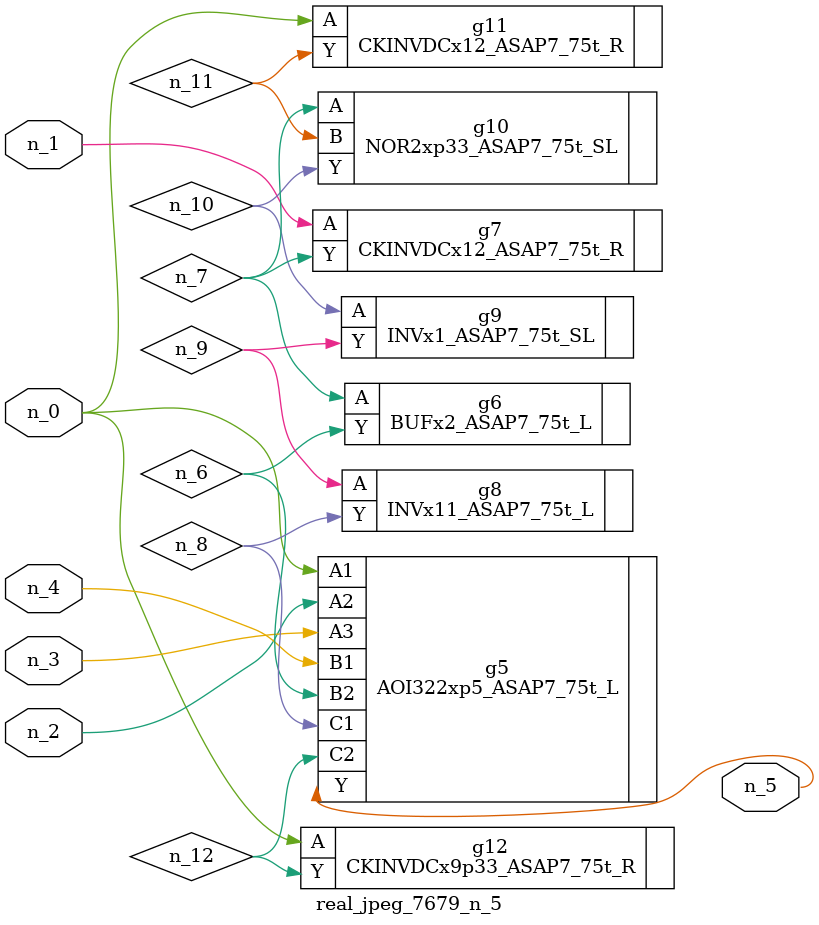
<source format=v>
module real_jpeg_7679_n_5 (n_4, n_0, n_1, n_2, n_3, n_5);

input n_4;
input n_0;
input n_1;
input n_2;
input n_3;

output n_5;

wire n_12;
wire n_8;
wire n_11;
wire n_6;
wire n_7;
wire n_10;
wire n_9;

AOI322xp5_ASAP7_75t_L g5 ( 
.A1(n_0),
.A2(n_2),
.A3(n_3),
.B1(n_4),
.B2(n_6),
.C1(n_8),
.C2(n_12),
.Y(n_5)
);

CKINVDCx12_ASAP7_75t_R g11 ( 
.A(n_0),
.Y(n_11)
);

CKINVDCx9p33_ASAP7_75t_R g12 ( 
.A(n_0),
.Y(n_12)
);

CKINVDCx12_ASAP7_75t_R g7 ( 
.A(n_1),
.Y(n_7)
);

BUFx2_ASAP7_75t_L g6 ( 
.A(n_7),
.Y(n_6)
);

NOR2xp33_ASAP7_75t_SL g10 ( 
.A(n_7),
.B(n_11),
.Y(n_10)
);

INVx11_ASAP7_75t_L g8 ( 
.A(n_9),
.Y(n_8)
);

INVx1_ASAP7_75t_SL g9 ( 
.A(n_10),
.Y(n_9)
);


endmodule
</source>
